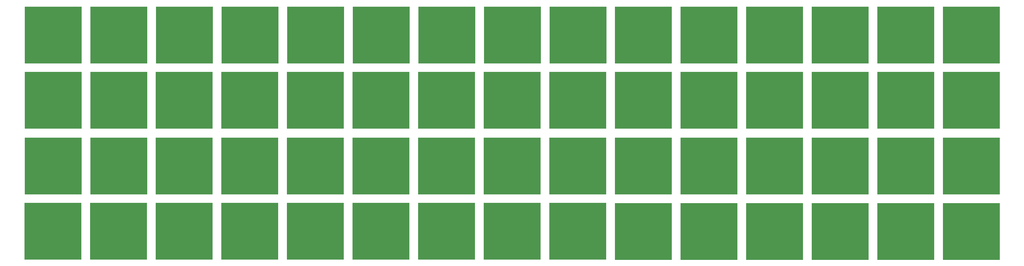
<source format=gbr>
G04 #@! TF.GenerationSoftware,KiCad,Pcbnew,(5.1.10-1-10_14)*
G04 #@! TF.CreationDate,2021-08-16T21:05:57+02:00*
G04 #@! TF.ProjectId,plate-ortho,706c6174-652d-46f7-9274-686f2e6b6963,1*
G04 #@! TF.SameCoordinates,Original*
G04 #@! TF.FileFunction,Soldermask,Top*
G04 #@! TF.FilePolarity,Negative*
%FSLAX46Y46*%
G04 Gerber Fmt 4.6, Leading zero omitted, Abs format (unit mm)*
G04 Created by KiCad (PCBNEW (5.1.10-1-10_14)) date 2021-08-16 21:05:57*
%MOMM*%
%LPD*%
G01*
G04 APERTURE LIST*
%ADD10C,0.100000*%
G04 APERTURE END LIST*
D10*
G36*
X177555000Y-187861550D02*
G01*
X161124375Y-187861550D01*
X161124375Y-171430925D01*
X177555000Y-171430925D01*
X177555000Y-187861550D01*
G37*
X177555000Y-187861550D02*
X161124375Y-187861550D01*
X161124375Y-171430925D01*
X177555000Y-171430925D01*
X177555000Y-187861550D01*
G36*
X234733750Y-149741650D02*
G01*
X218303125Y-149741650D01*
X218303125Y-133311025D01*
X234733750Y-133311025D01*
X234733750Y-149741650D01*
G37*
X234733750Y-149741650D02*
X218303125Y-149741650D01*
X218303125Y-133311025D01*
X234733750Y-133311025D01*
X234733750Y-149741650D01*
G36*
X234762500Y-130750825D02*
G01*
X218331875Y-130750825D01*
X218331875Y-114320200D01*
X234762500Y-114320200D01*
X234762500Y-130750825D01*
G37*
X234762500Y-130750825D02*
X218331875Y-130750825D01*
X218331875Y-114320200D01*
X234762500Y-114320200D01*
X234762500Y-130750825D01*
G36*
X291826250Y-187881750D02*
G01*
X275395625Y-187881750D01*
X275395625Y-171451125D01*
X291826250Y-171451125D01*
X291826250Y-187881750D01*
G37*
X291826250Y-187881750D02*
X275395625Y-187881750D01*
X275395625Y-171451125D01*
X291826250Y-171451125D01*
X291826250Y-187881750D01*
G36*
X234733750Y-168870725D02*
G01*
X218303125Y-168870725D01*
X218303125Y-152440100D01*
X234733750Y-152440100D01*
X234733750Y-168870725D01*
G37*
X234733750Y-168870725D02*
X218303125Y-168870725D01*
X218303125Y-152440100D01*
X234733750Y-152440100D01*
X234733750Y-168870725D01*
G36*
X310905000Y-149761850D02*
G01*
X294474375Y-149761850D01*
X294474375Y-133331225D01*
X310905000Y-133331225D01*
X310905000Y-149761850D01*
G37*
X310905000Y-149761850D02*
X294474375Y-149761850D01*
X294474375Y-133331225D01*
X310905000Y-133331225D01*
X310905000Y-149761850D01*
G36*
X234705000Y-187861550D02*
G01*
X218274375Y-187861550D01*
X218274375Y-171430925D01*
X234705000Y-171430925D01*
X234705000Y-187861550D01*
G37*
X234705000Y-187861550D02*
X218274375Y-187861550D01*
X218274375Y-171430925D01*
X234705000Y-171430925D01*
X234705000Y-187861550D01*
G36*
X310933750Y-130771025D02*
G01*
X294503125Y-130771025D01*
X294503125Y-114340400D01*
X310933750Y-114340400D01*
X310933750Y-130771025D01*
G37*
X310933750Y-130771025D02*
X294503125Y-130771025D01*
X294503125Y-114340400D01*
X310933750Y-114340400D01*
X310933750Y-130771025D01*
G36*
X291855000Y-149761850D02*
G01*
X275424375Y-149761850D01*
X275424375Y-133331225D01*
X291855000Y-133331225D01*
X291855000Y-149761850D01*
G37*
X291855000Y-149761850D02*
X275424375Y-149761850D01*
X275424375Y-133331225D01*
X291855000Y-133331225D01*
X291855000Y-149761850D01*
G36*
X272805000Y-168890925D02*
G01*
X256374375Y-168890925D01*
X256374375Y-152460300D01*
X272805000Y-152460300D01*
X272805000Y-168890925D01*
G37*
X272805000Y-168890925D02*
X256374375Y-168890925D01*
X256374375Y-152460300D01*
X272805000Y-152460300D01*
X272805000Y-168890925D01*
G36*
X272833750Y-130771025D02*
G01*
X256403125Y-130771025D01*
X256403125Y-114340400D01*
X272833750Y-114340400D01*
X272833750Y-130771025D01*
G37*
X272833750Y-130771025D02*
X256403125Y-130771025D01*
X256403125Y-114340400D01*
X272833750Y-114340400D01*
X272833750Y-130771025D01*
G36*
X253755000Y-149761850D02*
G01*
X237324375Y-149761850D01*
X237324375Y-133331225D01*
X253755000Y-133331225D01*
X253755000Y-149761850D01*
G37*
X253755000Y-149761850D02*
X237324375Y-149761850D01*
X237324375Y-133331225D01*
X253755000Y-133331225D01*
X253755000Y-149761850D01*
G36*
X253726250Y-187881750D02*
G01*
X237295625Y-187881750D01*
X237295625Y-171451125D01*
X253726250Y-171451125D01*
X253726250Y-187881750D01*
G37*
X253726250Y-187881750D02*
X237295625Y-187881750D01*
X237295625Y-171451125D01*
X253726250Y-171451125D01*
X253726250Y-187881750D01*
G36*
X253755000Y-168890925D02*
G01*
X237324375Y-168890925D01*
X237324375Y-152460300D01*
X253755000Y-152460300D01*
X253755000Y-168890925D01*
G37*
X253755000Y-168890925D02*
X237324375Y-168890925D01*
X237324375Y-152460300D01*
X253755000Y-152460300D01*
X253755000Y-168890925D01*
G36*
X272805000Y-149761850D02*
G01*
X256374375Y-149761850D01*
X256374375Y-133331225D01*
X272805000Y-133331225D01*
X272805000Y-149761850D01*
G37*
X272805000Y-149761850D02*
X256374375Y-149761850D01*
X256374375Y-133331225D01*
X272805000Y-133331225D01*
X272805000Y-149761850D01*
G36*
X253783750Y-130771025D02*
G01*
X237353125Y-130771025D01*
X237353125Y-114340400D01*
X253783750Y-114340400D01*
X253783750Y-130771025D01*
G37*
X253783750Y-130771025D02*
X237353125Y-130771025D01*
X237353125Y-114340400D01*
X253783750Y-114340400D01*
X253783750Y-130771025D01*
G36*
X272776250Y-187881750D02*
G01*
X256345625Y-187881750D01*
X256345625Y-171451125D01*
X272776250Y-171451125D01*
X272776250Y-187881750D01*
G37*
X272776250Y-187881750D02*
X256345625Y-187881750D01*
X256345625Y-171451125D01*
X272776250Y-171451125D01*
X272776250Y-187881750D01*
G36*
X348976250Y-187881750D02*
G01*
X332545625Y-187881750D01*
X332545625Y-171451125D01*
X348976250Y-171451125D01*
X348976250Y-187881750D01*
G37*
X348976250Y-187881750D02*
X332545625Y-187881750D01*
X332545625Y-171451125D01*
X348976250Y-171451125D01*
X348976250Y-187881750D01*
G36*
X329955000Y-168890925D02*
G01*
X313524375Y-168890925D01*
X313524375Y-152460300D01*
X329955000Y-152460300D01*
X329955000Y-168890925D01*
G37*
X329955000Y-168890925D02*
X313524375Y-168890925D01*
X313524375Y-152460300D01*
X329955000Y-152460300D01*
X329955000Y-168890925D01*
G36*
X329955000Y-149761850D02*
G01*
X313524375Y-149761850D01*
X313524375Y-133331225D01*
X329955000Y-133331225D01*
X329955000Y-149761850D01*
G37*
X329955000Y-149761850D02*
X313524375Y-149761850D01*
X313524375Y-133331225D01*
X329955000Y-133331225D01*
X329955000Y-149761850D01*
G36*
X349033750Y-130771025D02*
G01*
X332603125Y-130771025D01*
X332603125Y-114340400D01*
X349033750Y-114340400D01*
X349033750Y-130771025D01*
G37*
X349033750Y-130771025D02*
X332603125Y-130771025D01*
X332603125Y-114340400D01*
X349033750Y-114340400D01*
X349033750Y-130771025D01*
G36*
X349005000Y-149761850D02*
G01*
X332574375Y-149761850D01*
X332574375Y-133331225D01*
X349005000Y-133331225D01*
X349005000Y-149761850D01*
G37*
X349005000Y-149761850D02*
X332574375Y-149761850D01*
X332574375Y-133331225D01*
X349005000Y-133331225D01*
X349005000Y-149761850D01*
G36*
X329983750Y-130771025D02*
G01*
X313553125Y-130771025D01*
X313553125Y-114340400D01*
X329983750Y-114340400D01*
X329983750Y-130771025D01*
G37*
X329983750Y-130771025D02*
X313553125Y-130771025D01*
X313553125Y-114340400D01*
X329983750Y-114340400D01*
X329983750Y-130771025D01*
G36*
X310905000Y-168890925D02*
G01*
X294474375Y-168890925D01*
X294474375Y-152460300D01*
X310905000Y-152460300D01*
X310905000Y-168890925D01*
G37*
X310905000Y-168890925D02*
X294474375Y-168890925D01*
X294474375Y-152460300D01*
X310905000Y-152460300D01*
X310905000Y-168890925D01*
G36*
X291855000Y-168890925D02*
G01*
X275424375Y-168890925D01*
X275424375Y-152460300D01*
X291855000Y-152460300D01*
X291855000Y-168890925D01*
G37*
X291855000Y-168890925D02*
X275424375Y-168890925D01*
X275424375Y-152460300D01*
X291855000Y-152460300D01*
X291855000Y-168890925D01*
G36*
X310876250Y-187881750D02*
G01*
X294445625Y-187881750D01*
X294445625Y-171451125D01*
X310876250Y-171451125D01*
X310876250Y-187881750D01*
G37*
X310876250Y-187881750D02*
X294445625Y-187881750D01*
X294445625Y-171451125D01*
X310876250Y-171451125D01*
X310876250Y-187881750D01*
G36*
X291883750Y-130771025D02*
G01*
X275453125Y-130771025D01*
X275453125Y-114340400D01*
X291883750Y-114340400D01*
X291883750Y-130771025D01*
G37*
X291883750Y-130771025D02*
X275453125Y-130771025D01*
X275453125Y-114340400D01*
X291883750Y-114340400D01*
X291883750Y-130771025D01*
G36*
X329926250Y-187881750D02*
G01*
X313495625Y-187881750D01*
X313495625Y-171451125D01*
X329926250Y-171451125D01*
X329926250Y-187881750D01*
G37*
X329926250Y-187881750D02*
X313495625Y-187881750D01*
X313495625Y-171451125D01*
X329926250Y-171451125D01*
X329926250Y-187881750D01*
G36*
X349005000Y-168890925D02*
G01*
X332574375Y-168890925D01*
X332574375Y-152460300D01*
X349005000Y-152460300D01*
X349005000Y-168890925D01*
G37*
X349005000Y-168890925D02*
X332574375Y-168890925D01*
X332574375Y-152460300D01*
X349005000Y-152460300D01*
X349005000Y-168890925D01*
G36*
X215683750Y-149741650D02*
G01*
X199253125Y-149741650D01*
X199253125Y-133311025D01*
X215683750Y-133311025D01*
X215683750Y-149741650D01*
G37*
X215683750Y-149741650D02*
X199253125Y-149741650D01*
X199253125Y-133311025D01*
X215683750Y-133311025D01*
X215683750Y-149741650D01*
G36*
X196633750Y-149741650D02*
G01*
X180203125Y-149741650D01*
X180203125Y-133311025D01*
X196633750Y-133311025D01*
X196633750Y-149741650D01*
G37*
X196633750Y-149741650D02*
X180203125Y-149741650D01*
X180203125Y-133311025D01*
X196633750Y-133311025D01*
X196633750Y-149741650D01*
G36*
X215712500Y-130750825D02*
G01*
X199281875Y-130750825D01*
X199281875Y-114320200D01*
X215712500Y-114320200D01*
X215712500Y-130750825D01*
G37*
X215712500Y-130750825D02*
X199281875Y-130750825D01*
X199281875Y-114320200D01*
X215712500Y-114320200D01*
X215712500Y-130750825D01*
G36*
X196605000Y-187861550D02*
G01*
X180174375Y-187861550D01*
X180174375Y-171430925D01*
X196605000Y-171430925D01*
X196605000Y-187861550D01*
G37*
X196605000Y-187861550D02*
X180174375Y-187861550D01*
X180174375Y-171430925D01*
X196605000Y-171430925D01*
X196605000Y-187861550D01*
G36*
X215683750Y-168870725D02*
G01*
X199253125Y-168870725D01*
X199253125Y-152440100D01*
X215683750Y-152440100D01*
X215683750Y-168870725D01*
G37*
X215683750Y-168870725D02*
X199253125Y-168870725D01*
X199253125Y-152440100D01*
X215683750Y-152440100D01*
X215683750Y-168870725D01*
G36*
X215655000Y-187861550D02*
G01*
X199224375Y-187861550D01*
X199224375Y-171430925D01*
X215655000Y-171430925D01*
X215655000Y-187861550D01*
G37*
X215655000Y-187861550D02*
X199224375Y-187861550D01*
X199224375Y-171430925D01*
X215655000Y-171430925D01*
X215655000Y-187861550D01*
G36*
X196633750Y-168870725D02*
G01*
X180203125Y-168870725D01*
X180203125Y-152440100D01*
X196633750Y-152440100D01*
X196633750Y-168870725D01*
G37*
X196633750Y-168870725D02*
X180203125Y-168870725D01*
X180203125Y-152440100D01*
X196633750Y-152440100D01*
X196633750Y-168870725D01*
G36*
X196662500Y-130750825D02*
G01*
X180231875Y-130750825D01*
X180231875Y-114320200D01*
X196662500Y-114320200D01*
X196662500Y-130750825D01*
G37*
X196662500Y-130750825D02*
X180231875Y-130750825D01*
X180231875Y-114320200D01*
X196662500Y-114320200D01*
X196662500Y-130750825D01*
G36*
X177583750Y-149741650D02*
G01*
X161153125Y-149741650D01*
X161153125Y-133311025D01*
X177583750Y-133311025D01*
X177583750Y-149741650D01*
G37*
X177583750Y-149741650D02*
X161153125Y-149741650D01*
X161153125Y-133311025D01*
X177583750Y-133311025D01*
X177583750Y-149741650D01*
G36*
X158533750Y-149741650D02*
G01*
X142103125Y-149741650D01*
X142103125Y-133311025D01*
X158533750Y-133311025D01*
X158533750Y-149741650D01*
G37*
X158533750Y-149741650D02*
X142103125Y-149741650D01*
X142103125Y-133311025D01*
X158533750Y-133311025D01*
X158533750Y-149741650D01*
G36*
X177612500Y-130750825D02*
G01*
X161181875Y-130750825D01*
X161181875Y-114320200D01*
X177612500Y-114320200D01*
X177612500Y-130750825D01*
G37*
X177612500Y-130750825D02*
X161181875Y-130750825D01*
X161181875Y-114320200D01*
X177612500Y-114320200D01*
X177612500Y-130750825D01*
G36*
X158505000Y-187861550D02*
G01*
X142074375Y-187861550D01*
X142074375Y-171430925D01*
X158505000Y-171430925D01*
X158505000Y-187861550D01*
G37*
X158505000Y-187861550D02*
X142074375Y-187861550D01*
X142074375Y-171430925D01*
X158505000Y-171430925D01*
X158505000Y-187861550D01*
G36*
X177583750Y-168870725D02*
G01*
X161153125Y-168870725D01*
X161153125Y-152440100D01*
X177583750Y-152440100D01*
X177583750Y-168870725D01*
G37*
X177583750Y-168870725D02*
X161153125Y-168870725D01*
X161153125Y-152440100D01*
X177583750Y-152440100D01*
X177583750Y-168870725D01*
G36*
X158533750Y-168870725D02*
G01*
X142103125Y-168870725D01*
X142103125Y-152440100D01*
X158533750Y-152440100D01*
X158533750Y-168870725D01*
G37*
X158533750Y-168870725D02*
X142103125Y-168870725D01*
X142103125Y-152440100D01*
X158533750Y-152440100D01*
X158533750Y-168870725D01*
G36*
X158562500Y-130750825D02*
G01*
X142131875Y-130750825D01*
X142131875Y-114320200D01*
X158562500Y-114320200D01*
X158562500Y-130750825D01*
G37*
X158562500Y-130750825D02*
X142131875Y-130750825D01*
X142131875Y-114320200D01*
X158562500Y-114320200D01*
X158562500Y-130750825D01*
G36*
X139483750Y-149741650D02*
G01*
X123053125Y-149741650D01*
X123053125Y-133311025D01*
X139483750Y-133311025D01*
X139483750Y-149741650D01*
G37*
X139483750Y-149741650D02*
X123053125Y-149741650D01*
X123053125Y-133311025D01*
X139483750Y-133311025D01*
X139483750Y-149741650D01*
G36*
X120433750Y-149741650D02*
G01*
X104003125Y-149741650D01*
X104003125Y-133311025D01*
X120433750Y-133311025D01*
X120433750Y-149741650D01*
G37*
X120433750Y-149741650D02*
X104003125Y-149741650D01*
X104003125Y-133311025D01*
X120433750Y-133311025D01*
X120433750Y-149741650D01*
G36*
X139512500Y-130750825D02*
G01*
X123081875Y-130750825D01*
X123081875Y-114320200D01*
X139512500Y-114320200D01*
X139512500Y-130750825D01*
G37*
X139512500Y-130750825D02*
X123081875Y-130750825D01*
X123081875Y-114320200D01*
X139512500Y-114320200D01*
X139512500Y-130750825D01*
G36*
X120405000Y-187861550D02*
G01*
X103974375Y-187861550D01*
X103974375Y-171430925D01*
X120405000Y-171430925D01*
X120405000Y-187861550D01*
G37*
X120405000Y-187861550D02*
X103974375Y-187861550D01*
X103974375Y-171430925D01*
X120405000Y-171430925D01*
X120405000Y-187861550D01*
G36*
X139483750Y-168870725D02*
G01*
X123053125Y-168870725D01*
X123053125Y-152440100D01*
X139483750Y-152440100D01*
X139483750Y-168870725D01*
G37*
X139483750Y-168870725D02*
X123053125Y-168870725D01*
X123053125Y-152440100D01*
X139483750Y-152440100D01*
X139483750Y-168870725D01*
G36*
X139455000Y-187861550D02*
G01*
X123024375Y-187861550D01*
X123024375Y-171430925D01*
X139455000Y-171430925D01*
X139455000Y-187861550D01*
G37*
X139455000Y-187861550D02*
X123024375Y-187861550D01*
X123024375Y-171430925D01*
X139455000Y-171430925D01*
X139455000Y-187861550D01*
G36*
X120433750Y-168870725D02*
G01*
X104003125Y-168870725D01*
X104003125Y-152440100D01*
X120433750Y-152440100D01*
X120433750Y-168870725D01*
G37*
X120433750Y-168870725D02*
X104003125Y-168870725D01*
X104003125Y-152440100D01*
X120433750Y-152440100D01*
X120433750Y-168870725D01*
G36*
X120462500Y-130750825D02*
G01*
X104031875Y-130750825D01*
X104031875Y-114320200D01*
X120462500Y-114320200D01*
X120462500Y-130750825D01*
G37*
X120462500Y-130750825D02*
X104031875Y-130750825D01*
X104031875Y-114320200D01*
X120462500Y-114320200D01*
X120462500Y-130750825D01*
G36*
X101383750Y-187841350D02*
G01*
X84953125Y-187841350D01*
X84953125Y-171410725D01*
X101383750Y-171410725D01*
X101383750Y-187841350D01*
G37*
X101383750Y-187841350D02*
X84953125Y-187841350D01*
X84953125Y-171410725D01*
X101383750Y-171410725D01*
X101383750Y-187841350D01*
G36*
X82333750Y-187841350D02*
G01*
X65903125Y-187841350D01*
X65903125Y-171410725D01*
X82333750Y-171410725D01*
X82333750Y-187841350D01*
G37*
X82333750Y-187841350D02*
X65903125Y-187841350D01*
X65903125Y-171410725D01*
X82333750Y-171410725D01*
X82333750Y-187841350D01*
G36*
X101412500Y-168850525D02*
G01*
X84981875Y-168850525D01*
X84981875Y-152419900D01*
X101412500Y-152419900D01*
X101412500Y-168850525D01*
G37*
X101412500Y-168850525D02*
X84981875Y-168850525D01*
X84981875Y-152419900D01*
X101412500Y-152419900D01*
X101412500Y-168850525D01*
G36*
X82362500Y-168850525D02*
G01*
X65931875Y-168850525D01*
X65931875Y-152419900D01*
X82362500Y-152419900D01*
X82362500Y-168850525D01*
G37*
X82362500Y-168850525D02*
X65931875Y-168850525D01*
X65931875Y-152419900D01*
X82362500Y-152419900D01*
X82362500Y-168850525D01*
G36*
X101412500Y-149721450D02*
G01*
X84981875Y-149721450D01*
X84981875Y-133290825D01*
X101412500Y-133290825D01*
X101412500Y-149721450D01*
G37*
X101412500Y-149721450D02*
X84981875Y-149721450D01*
X84981875Y-133290825D01*
X101412500Y-133290825D01*
X101412500Y-149721450D01*
G36*
X82362500Y-149721450D02*
G01*
X65931875Y-149721450D01*
X65931875Y-133290825D01*
X82362500Y-133290825D01*
X82362500Y-149721450D01*
G37*
X82362500Y-149721450D02*
X65931875Y-149721450D01*
X65931875Y-133290825D01*
X82362500Y-133290825D01*
X82362500Y-149721450D01*
G36*
X101441250Y-130730625D02*
G01*
X85010625Y-130730625D01*
X85010625Y-114300000D01*
X101441250Y-114300000D01*
X101441250Y-130730625D01*
G37*
X101441250Y-130730625D02*
X85010625Y-130730625D01*
X85010625Y-114300000D01*
X101441250Y-114300000D01*
X101441250Y-130730625D01*
G36*
X82391250Y-130730625D02*
G01*
X65960625Y-130730625D01*
X65960625Y-114300000D01*
X82391250Y-114300000D01*
X82391250Y-130730625D01*
G37*
X82391250Y-130730625D02*
X65960625Y-130730625D01*
X65960625Y-114300000D01*
X82391250Y-114300000D01*
X82391250Y-130730625D01*
M02*

</source>
